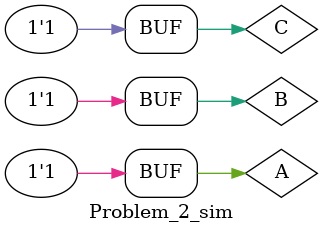
<source format=v>
`timescale 1ns / 1ps


module Problem_2_sim( );
   reg A;
   reg B;
   reg C;
   wire X;
   
   Problem_2 UUT(.A(A), .B(B), .C(C), .X(X) );
   initial begin
   A = 0;
   B = 0;
   C = 0;
   #10;
  
   C = 1;
   #10;
  
   B = 1;
   C = 0;
   #10;
  
   C = 1;
   #10;
  
  
   A = 1;
   B = 0;
   C = 0;
   #10;
  
   C = 1;
   #10;
  
  
   B = 1;
   C = 0;
   #10;
  
   C = 1;
   #10;
   
   end
endmodule

</source>
